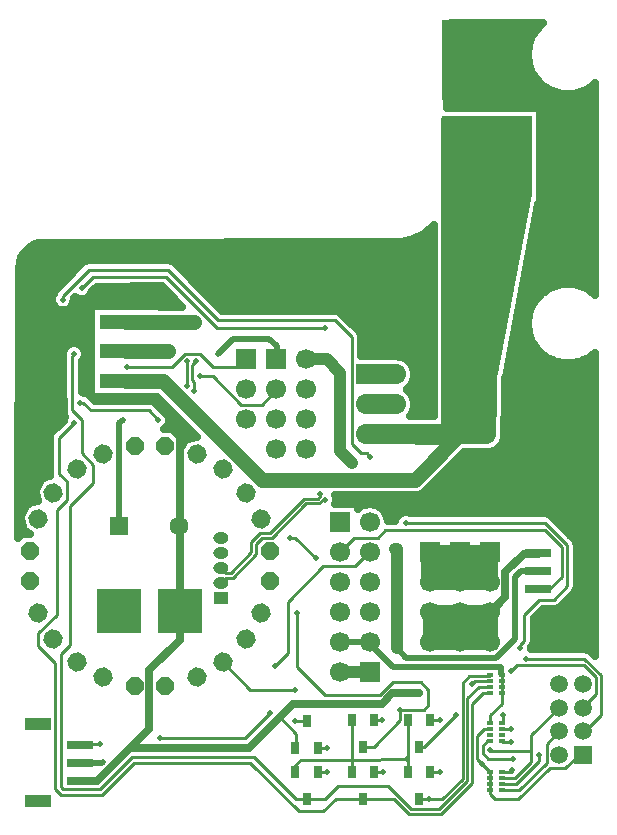
<source format=gbl>
G04 DipTrace 3.0.0.2*
G04 Bottom.gbr*
%MOIN*%
G04 #@! TF.FileFunction,Copper,L2,Bot*
G04 #@! TF.Part,Single*
%AMOUTLINE0*5,1,8,0,0,0.066,-22.49998*%
%AMOUTLINE1*5,1,8,0,0,0.066,-262.500516*%
%AMOUTLINE2*5,1,8,0,0,0.066001,-232.500313*%
%AMOUTLINE3*5,1,8,0,0,0.066,7.499484*%
%AMOUTLINE4*5,1,8,0,0,0.066,-112.49998*%
%AMOUTLINE5*5,1,8,0,0,0.066,-202.49998*%
%AMOUTLINE6*5,1,8,0,0,0.066001,37.499687*%
%AMOUTLINE7*5,1,8,0,0,0.066,-82.500516*%
%AMOUTLINE8*5,1,8,0,0,0.066,-172.500516*%
%AMOUTLINE9*5,1,8,0,0,0.066,67.50002*%
%AMOUTLINE10*5,1,8,0,0,0.066001,-52.500313*%
%AMOUTLINE11*5,1,8,0,0,0.066001,-142.500313*%
G04 #@! TA.AperFunction,Conductor*
%ADD13C,0.01*%
G04 #@! TA.AperFunction,ViaPad*
%ADD14C,0.02*%
G04 #@! TA.AperFunction,Conductor*
%ADD15C,0.014*%
%ADD16C,0.04*%
%ADD17C,0.066929*%
G04 #@! TA.AperFunction,ViaPad*
%ADD18C,0.05*%
G04 #@! TA.AperFunction,Conductor*
%ADD19C,0.06*%
%ADD20C,0.07*%
G04 #@! TA.AperFunction,CopperBalancing*
%ADD21C,0.025*%
%ADD22R,0.177165X0.051181*%
%ADD23R,0.153543X0.070866*%
%ADD24R,0.3X0.27*%
G04 #@! TA.AperFunction,ComponentPad*
%ADD25R,0.066929X0.066929*%
%ADD26C,0.066929*%
%ADD27R,0.051181X0.03937*%
%ADD28O,0.051181X0.03937*%
%ADD29R,0.059055X0.059055*%
%ADD30C,0.059055*%
%ADD31R,0.15X0.15*%
%ADD33R,0.025591X0.041339*%
%ADD35R,0.0195X0.014*%
%ADD36R,0.086614X0.027559*%
%ADD37R,0.090551X0.043*%
G04 #@! TA.AperFunction,ComponentPad*
%ADD42C,0.062992*%
%ADD43R,0.062992X0.062992*%
%ADD98OUTLINE0*%
%ADD99OUTLINE1*%
%ADD100OUTLINE2*%
%ADD101OUTLINE3*%
%ADD102OUTLINE4*%
%ADD103OUTLINE5*%
%ADD104OUTLINE6*%
%ADD105OUTLINE7*%
%ADD106OUTLINE8*%
%ADD107OUTLINE9*%
%ADD108OUTLINE10*%
%ADD109OUTLINE11*%
%FSLAX26Y26*%
G04*
G70*
G90*
G75*
G01*
G04 Bottom*
%LPD*%
X2047002Y938029D2*
D13*
Y958029D1*
Y978029D1*
Y998029D1*
X2008502Y838029D2*
Y865529D1*
X2047002Y904029D1*
Y938029D1*
X1507002Y1109029D2*
D14*
X1607002D1*
Y1103029D1*
X1683002Y1027029D1*
X2044002D1*
Y1001029D1*
D15*
X2047002Y998029D1*
X1607002Y1009029D2*
D16*
X1507002D1*
D14*
D3*
X2167147Y1344277D2*
X2109250D1*
X2091002Y1326029D1*
Y1120029D1*
X2027002Y1056029D1*
X1728071D1*
X1696099Y1088000D1*
X717002Y710029D2*
X713683Y706710D1*
X639480D1*
X1395002Y2051029D2*
D16*
X1464397D1*
X1508580Y2006847D1*
Y1744319D1*
X1546084Y1706815D1*
X1689849Y1419285D2*
X1696099D1*
Y1088000D1*
X772002Y1496029D2*
D14*
Y1839079D1*
X783504Y1850580D1*
X1102287Y2069353D2*
X1152292Y2119358D1*
X1271055D1*
X1296057Y2094356D1*
Y2052084D1*
X1295002Y2051029D1*
X1595002Y2001029D2*
D17*
X1695002D1*
X793498Y2175614D2*
D18*
X1020588D1*
X1595002Y1901029D2*
D17*
X1695002D1*
X793498Y2077402D2*
D18*
X934002D1*
X1906371Y1309185D2*
Y1409185D1*
X1895034Y1801273D2*
X1995034D1*
Y2000770D1*
X1995298Y2001034D1*
X1895298D1*
Y1801537D1*
X1895034Y1801273D1*
X1995034Y1901284D1*
Y1901298D1*
X1895298Y2001034D1*
X1895034Y1901284D2*
X1895547D1*
X1995298Y2001034D1*
X1895034Y1901273D2*
X1995034Y1801273D1*
Y1901284D2*
X1895034D1*
Y1801273D2*
D19*
X1995034D1*
Y1901284D1*
X1895034Y1801273D2*
D17*
X1995034D1*
Y1869738D1*
D20*
Y2000770D1*
D17*
X1995298Y2001034D1*
X1895298D1*
Y1932570D1*
D20*
Y1801537D1*
D17*
X1895034Y1801273D1*
X1595002Y1801029D2*
X1695002D1*
X1763467D1*
D20*
X1894790D1*
X793498Y1978402D2*
D18*
X918130D1*
X1246002Y1650529D1*
X1758502D1*
X1909002Y1801029D1*
X1595002D1*
X1995298Y2001034D2*
D21*
Y2728324D1*
X1996002Y2729029D1*
X2006382Y1409185D2*
D18*
X1906371D1*
X1806379D1*
X1806106Y1408912D1*
X1802252Y1394280D2*
Y1312767D1*
X1806106Y1308912D1*
X2006109D1*
X2006382Y1309185D1*
Y1409185D1*
X2006371D1*
X1906371Y1309185D1*
X1905833D1*
X1806106Y1408912D1*
Y1308912D2*
Y1308920D1*
X1906371Y1409185D1*
X1906382D1*
X2006382Y1309185D1*
X1458605Y1583518D2*
D13*
X1451533D1*
X1439008Y1570994D1*
X1394967D1*
X1280502Y1456529D1*
X1248838D1*
X1228002Y1435693D1*
Y1401406D1*
X1150634Y1324029D1*
X1126002D1*
X1110002Y1308029D1*
Y1307029D1*
X1440219Y1601904D2*
Y1594832D1*
X1432380Y1586994D1*
X1388340D1*
X1273875Y1472529D1*
X1242211D1*
X1212002Y1442320D1*
Y1408033D1*
X1144006Y1340029D1*
X1126002D1*
X1110002Y1356029D1*
Y1357029D1*
X1583404Y584978D2*
X1688054D1*
X1736002Y537029D1*
X1845002D1*
X1948002Y640029D1*
Y902029D1*
X1984002Y938029D1*
X2007002D1*
X1583404Y584978D2*
X1492952D1*
X1452253Y544278D1*
X1371002D1*
X1208502Y706778D1*
X821002D1*
X714753Y600529D1*
X577253D1*
X558502Y619280D1*
Y1038029D1*
X502252Y1094280D1*
Y1138029D1*
X564752Y1200529D1*
Y1550528D1*
X596002Y1581778D1*
Y1644280D1*
X571002Y1669280D1*
Y1788029D1*
X621002Y1838029D1*
X1395904Y584978D2*
X1457951D1*
X1502002Y629029D1*
X1667002D1*
X1743002Y553029D1*
X1838002D1*
X1932002Y647029D1*
Y921029D1*
X1970002Y959029D1*
X2006002D1*
X2007002Y958029D1*
X1395904Y584978D2*
X1361554D1*
X1221002Y725529D1*
X814752D1*
X708502Y619280D1*
X583501D1*
X577252Y625529D1*
Y1069278D1*
X608502Y1100529D1*
Y1563029D1*
X683502Y1638029D1*
Y1700529D1*
X646002Y1738029D1*
Y1850529D1*
X614752Y1881780D1*
Y2063029D1*
X621002Y2069280D1*
X2007002Y978029D2*
X1956002D1*
X1946002Y968029D1*
X1709002Y884029D2*
Y848029D1*
X1620002Y759029D1*
X1584353D1*
X1583404Y759978D1*
X1709002Y884029D2*
X1785909D1*
X1802361Y900480D1*
Y950486D1*
X1777358Y975488D1*
X1683462D1*
X1639753Y931780D1*
X1458501D1*
X1364752Y1025529D1*
Y1206780D1*
X2048502Y655529D2*
X2090502D1*
X2145002Y710029D1*
Y745029D1*
Y797864D1*
X2237538Y890399D1*
X1620805Y850529D2*
X1648502D1*
X2009002Y748029D2*
Y745029D1*
X2145002D1*
X639752Y1906780D2*
X652250D1*
X677252Y1881778D1*
X871004D1*
X902253Y1850529D1*
X1339752Y1456780D2*
X1358502D1*
X1427253Y1388029D1*
X583502Y2250529D2*
Y2263029D1*
X671002Y2350529D1*
X933502D1*
X1102252Y2181780D1*
X1489752D1*
X1546084Y2125448D1*
Y1769322D1*
X1577337Y1738068D1*
X1596089D1*
X1608590Y1725567D1*
X2008502Y778029D2*
X1998502D1*
X1983502Y763029D1*
Y738029D1*
X2002253Y719278D1*
X2083502D1*
X2108502Y1088029D2*
Y1100529D1*
X2121002Y1113029D1*
Y1200529D1*
X2171002Y1250529D1*
X2221002D1*
X2264752Y1294278D1*
Y1431780D1*
X2189737Y1506794D1*
X1727353D1*
X1458502Y2156778D2*
X1096002D1*
X927252Y2325529D1*
X683502D1*
X646002Y2288029D1*
X1433502Y756778D2*
X1463753D1*
X2077253Y775529D2*
X2051002D1*
X2048502Y778029D1*
X2316278Y732919D2*
Y747305D1*
X2259002Y690029D1*
X2206002D1*
X2102002Y586029D1*
X2025002D1*
X2007002Y604029D1*
Y614029D1*
X2008502Y615529D1*
Y635529D1*
Y655529D1*
Y675529D1*
X1980783Y703248D1*
X1964002Y720029D1*
Y795029D1*
X1987002Y818029D1*
X2008502D1*
X1733502Y675529D2*
Y717470D1*
Y850529D1*
X1546002Y675529D2*
Y717029D1*
Y850529D1*
X1358502Y675529D2*
Y699529D1*
X1376002Y717029D1*
X1546002D1*
X1733502Y717470D1*
X1731561D2*
X1733502D1*
X639480Y646710D2*
D21*
X698433D1*
X806593Y754870D1*
X872002Y820280D1*
Y1015029D1*
X973002Y1116029D1*
Y1214029D1*
X2006371Y1168185D2*
D18*
X2006382D1*
Y1109185D1*
X2095034Y1801273D2*
D17*
Y1869738D1*
D20*
Y2000770D1*
D17*
X2095298Y2001034D1*
X2195298D1*
Y1932570D1*
D20*
Y1801537D1*
D17*
X2195034Y1801273D1*
X2095034D1*
Y1901284D2*
X2195034D1*
X2194784Y2001034D2*
D20*
X2143446Y1949696D1*
D17*
X2095034Y1901284D1*
Y1901273D1*
D20*
X2146622Y1849685D1*
D17*
X2195034Y1801273D1*
X1771107Y937984D2*
D21*
X1681958D1*
X1648002Y904029D1*
X1352002D1*
X1306002Y858029D1*
X1202844Y754870D1*
X806593D1*
X973002Y1214029D2*
Y1568345D1*
Y1825029D1*
X885002Y1913029D1*
X702253D1*
X658502Y1956780D1*
Y2249529D1*
X680002Y2271029D1*
X790488D1*
X793498Y2274039D1*
X1358699Y756778D2*
D13*
X1361002D1*
Y803029D1*
X1306002Y858029D1*
X1906371Y1109185D2*
D18*
Y1209185D1*
X1806106Y1108912D2*
Y1208912D1*
X2006382Y1109185D2*
Y1209185D1*
X1906371D1*
X1806379D1*
X1806106Y1208912D1*
X1806644D2*
X1906371Y1109185D1*
X1906382D1*
X2006382Y1209185D1*
Y1109185D2*
X1806379D1*
X1806106Y1108912D1*
X1906371Y1209185D1*
X2006382Y1109185D1*
Y1209185D2*
D21*
X2010159D1*
X2059002Y1258029D1*
Y1342029D1*
X2121002Y1404029D1*
X2166899D1*
X2167147Y1404277D1*
X972002Y1496029D2*
D13*
X973002Y1568345D1*
X1770904Y759978D2*
X1788951D1*
X1895002Y866029D1*
X2050002D2*
Y839529D1*
X2048502Y838029D1*
X1295002Y1951029D2*
Y1949529D1*
X1246002Y1900529D1*
X1177252D1*
X1083501Y1994280D1*
X1039752D1*
X2048502Y635529D2*
X2095502D1*
X2171002Y711029D1*
Y731778D1*
X1433305Y675529D2*
X1465502D1*
X996002Y2044278D2*
Y1963029D1*
X796002Y2025529D2*
X946002D1*
X989753Y2069280D1*
X1039752D1*
X1083502Y2025529D1*
X1169502D1*
X1195002Y2051029D1*
X2048502Y615529D2*
X2104502D1*
X2196002Y707029D1*
Y770123D1*
X2237538Y811659D1*
X1620805Y675529D2*
X1650502D1*
X1021002Y1944278D2*
Y1975529D1*
X1014752Y1981780D1*
Y2031778D1*
X1027252Y2044278D1*
X2167147Y1284277D2*
X2203250D1*
X2246002Y1327029D1*
Y1425529D1*
X2189752Y1481780D1*
X1658502D1*
X1633502Y1456780D1*
X1554502D1*
X1506502Y1408780D1*
X1606502D2*
X1604753D1*
X1557002Y1361029D1*
X1451002D1*
X1334002Y1244029D1*
Y1072029D1*
X1291002Y1029029D1*
X1275002Y873029D2*
X1190002Y788029D1*
X908502D1*
X708002Y768029D2*
X640799D1*
X639480Y766710D1*
X1396101Y847330D2*
X1358502D1*
Y950529D2*
X1207376D1*
X1116304Y1041601D1*
X1770904Y584978D2*
X1802405D1*
X1846951D1*
X1916002Y654029D1*
Y974029D1*
X1939002Y997029D1*
X2006002D1*
X2007002Y998029D1*
X2316278Y811659D2*
X2323632D1*
X2378002Y866029D1*
Y998029D1*
X2322002Y1054029D1*
X2127252D1*
X2082002Y681029D2*
X2084002D1*
X2078502Y675529D1*
X2048502D1*
X1808305D2*
X1840903D1*
X2316278Y890399D2*
Y891305D1*
X2361002Y936029D1*
Y992029D1*
X2321002Y1032029D1*
X2096002D1*
X2077252Y1013278D1*
Y819278D2*
X2049752D1*
X2048502Y818029D1*
X1808305Y850529D2*
X1841502D1*
D14*
X1696099Y1088000D3*
X717002Y710029D3*
X1546084Y1706815D3*
X1689849Y1419285D3*
X783504Y1850580D3*
X1102287Y2069353D3*
D18*
X1020588Y2175614D3*
X934002Y2077402D3*
D14*
X1458605Y1583518D3*
X1440219Y1601904D3*
X621002Y1838029D3*
Y2069280D3*
X1946002Y968029D3*
X1709002Y884029D3*
X1364752Y1206780D3*
X1709002Y884029D3*
X1648502Y850529D3*
X2009002Y748029D3*
X639752Y1906780D3*
X902253Y1850529D3*
X1339752Y1456780D3*
X1427253Y1388029D3*
X583502Y2250529D3*
X1608590Y1725567D3*
X2083502Y719278D3*
X2108502Y1088029D3*
X1727353Y1506794D3*
X1458502Y2156778D3*
X646002Y2288029D3*
X1463753Y756778D3*
X2077253Y775529D3*
X1731561Y717470D3*
X1980783Y703248D3*
X1771107Y937984D3*
X1895002Y866029D3*
X2050002D3*
X1039752Y1994280D3*
X2171002Y731778D3*
X1465502Y675529D3*
X996002Y2044278D3*
Y1963029D3*
X796002Y2025529D3*
X1650502Y675529D3*
X1021002Y1944278D3*
X1027252Y2044278D3*
X1291002Y1029029D3*
X1275002Y873029D3*
X908502Y788029D3*
X708002Y768029D3*
X1358502Y847330D3*
Y950529D3*
X1802405Y584978D3*
X2127252Y1054029D3*
X2082002Y681029D3*
X1840903Y675529D3*
X2077252Y1013278D3*
Y819278D3*
X1841502Y850529D3*
X1871002Y3163029D3*
X1921002D3*
X1971002D3*
X2021002D3*
X2071002D3*
X2121002D3*
Y3113029D3*
X2071002D3*
X2021002D3*
X1971002D3*
X1921002D3*
X1871002D3*
Y3063029D3*
X1921002D3*
X1971002D3*
X2021002D3*
X2071002D3*
X2121002D3*
Y3013029D3*
X2071002D3*
X2021002D3*
X1971002D3*
X1921002D3*
X1871002D3*
Y2963029D3*
X1921002D3*
X1971002D3*
X2021002D3*
X2071002D3*
X2121002D3*
X471002Y2263029D3*
Y2213029D3*
Y2163029D3*
Y2113029D3*
Y2063029D3*
Y2013029D3*
Y1963029D3*
Y1813029D3*
Y1763029D3*
Y1713029D3*
Y1663029D3*
X521002Y1713029D3*
Y1763029D3*
Y1813029D3*
X671002Y2413029D3*
X771002D3*
X871002D3*
X971002D3*
X1071002D3*
X1171002D3*
X1271002D3*
X1371002D3*
X1471002D3*
X1571002D3*
X1671002D3*
X1771002D3*
Y2313029D3*
Y2213029D3*
Y2113029D3*
X1671002Y2213029D3*
Y2313029D3*
X1571002D3*
X1421002Y2363029D3*
X1321002D3*
X1221002D3*
X1121002D3*
X1021002D3*
X1521002D3*
X1621002D3*
X1721002D3*
Y2263029D3*
X1621002D3*
X1721002Y2163029D3*
X2221002Y2863029D3*
X2321002D3*
X2221002Y2763029D3*
X2321002D3*
Y2663029D3*
X2221002D3*
Y2563029D3*
X2321002D3*
Y2463029D3*
X2221002D3*
X2321002Y2363029D3*
X2221002D3*
X2121002Y2263029D3*
Y2163029D3*
X2321002Y1963029D3*
Y1863029D3*
Y1763029D3*
Y1663029D3*
Y1563029D3*
X2221002D3*
X2121002D3*
X2021002D3*
Y1663029D3*
X2121002D3*
X2221002D3*
X2321002Y1413029D3*
Y1313029D3*
Y1163029D3*
Y1113029D3*
X2221002Y1163029D3*
Y1113029D3*
X1861002Y2825660D2*
D21*
X2131002D1*
X1861002Y2800791D2*
X2131002D1*
X1861002Y2775923D2*
X2131002D1*
X1861002Y2751054D2*
X2131002D1*
X1861002Y2726185D2*
X2131002D1*
X1861002Y2701316D2*
X2131002D1*
X1861002Y2676448D2*
X2131002D1*
X1861002Y2651579D2*
X2131002D1*
X1861002Y2626710D2*
X2131002D1*
X1861002Y2601841D2*
X2131002D1*
X1861002Y2576973D2*
X2126388D1*
X1861002Y2552104D2*
X2121700D1*
X1861002Y2527235D2*
X2117061D1*
X1861002Y2502366D2*
X2112375D1*
X1861002Y2477497D2*
X2107736D1*
X1861002Y2452629D2*
X2103048D1*
X1861002Y2427760D2*
X2098409D1*
X1861002Y2402891D2*
X2093721D1*
X1861002Y2378022D2*
X2089084D1*
X1861002Y2353154D2*
X2084396D1*
X1861002Y2328285D2*
X2079757D1*
X1861002Y2303416D2*
X2075069D1*
X1861002Y2278547D2*
X2070431D1*
X1861002Y2253679D2*
X2065744D1*
X1861002Y2228810D2*
X2061105D1*
X1861002Y2203941D2*
X2056417D1*
X1861002Y2179072D2*
X2051779D1*
X1861002Y2154204D2*
X2047092D1*
X1861002Y2129335D2*
X2042452D1*
X1861002Y2104466D2*
X2037765D1*
X1861002Y2079597D2*
X2033127D1*
X1861002Y2054728D2*
X2028439D1*
X1861002Y2029860D2*
X2023800D1*
X1861002Y2004991D2*
X2018039D1*
X1861002Y1980122D2*
X1994748D1*
X1861002Y1955253D2*
X1971408D1*
X1861002Y1930385D2*
X1948117D1*
X1861002Y1905516D2*
X1924777D1*
X1861002Y1880647D2*
X1901485D1*
X1861002Y1855778D2*
X1878145D1*
X2021891Y2006432D2*
X2133513Y2601748D1*
X2133502Y2850529D1*
X1858502D1*
Y1832121D1*
X2021925Y2006457D1*
X1865014Y3146660D2*
X2158060D1*
X1865063Y3121791D2*
X2143462D1*
X1865111Y3096923D2*
X2135160D1*
X1865160Y3072054D2*
X2131938D1*
X1865210Y3047185D2*
X2133451D1*
X1865258Y3022316D2*
X2139799D1*
X1865307Y2997448D2*
X2151908D1*
X1865355Y2972579D2*
X2171879D1*
X1865404Y2947710D2*
X2207622D1*
X2326391D2*
X2355962D1*
X1865454Y2922841D2*
X2355962D1*
X1865454Y2897973D2*
X2355912D1*
X2175023Y2873104D2*
X2355912D1*
X2175023Y2848235D2*
X2355912D1*
X2175023Y2823366D2*
X2355912D1*
X2175023Y2798497D2*
X2355912D1*
X2175023Y2773629D2*
X2355863D1*
X2175023Y2748760D2*
X2355863D1*
X2175023Y2723891D2*
X2355863D1*
X2175023Y2699022D2*
X2355863D1*
X2175023Y2674154D2*
X2355863D1*
X2175023Y2649285D2*
X2355815D1*
X2175023Y2624416D2*
X2355815D1*
X2175023Y2599547D2*
X2355815D1*
X2175023Y2574679D2*
X2355815D1*
X2165942Y2549810D2*
X2355815D1*
X2161254Y2524941D2*
X2355766D1*
X2156615Y2500072D2*
X2355766D1*
X1795727Y2475204D2*
X1816996D1*
X2151928D2*
X2355766D1*
X1744603Y2450335D2*
X1816996D1*
X2147290D2*
X2355766D1*
X476391Y2425466D2*
X1816996D1*
X2142651D2*
X2355766D1*
X452758Y2400597D2*
X1816996D1*
X2137963D2*
X2355718D1*
X442748Y2375728D2*
X649614D1*
X954858D2*
X1816996D1*
X2133324D2*
X2355718D1*
X440991Y2350860D2*
X624320D1*
X980199D2*
X1816996D1*
X2128636D2*
X2355718D1*
X440892Y2325991D2*
X599418D1*
X1005052D2*
X1816996D1*
X2123998D2*
X2355718D1*
X440844Y2301122D2*
X574564D1*
X1029955D2*
X1816996D1*
X2119311D2*
X2244340D1*
X2289623D2*
X2355718D1*
X440746Y2276253D2*
X552446D1*
X683031D2*
X929496D1*
X1054808D2*
X1816996D1*
X2114672D2*
X2185063D1*
X440648Y2251385D2*
X544535D1*
X622484D2*
X954350D1*
X1079662D2*
X1816996D1*
X2109984D2*
X2159770D1*
X440599Y2226516D2*
X553519D1*
X613500D2*
X675931D1*
X1104564D2*
X1816996D1*
X2105346D2*
X2144487D1*
X440502Y2201647D2*
X675931D1*
X1516918D2*
X1816996D1*
X2100659D2*
X2135698D1*
X440404Y2176778D2*
X675931D1*
X1541771D2*
X1816996D1*
X2096019D2*
X2132035D1*
X440355Y2151910D2*
X675931D1*
X1566674D2*
X1816996D1*
X2091332D2*
X2133110D1*
X440258Y2127041D2*
X675931D1*
X1580052D2*
X1816996D1*
X2086694D2*
X2139018D1*
X440160Y2102172D2*
X602690D1*
X639330D2*
X675931D1*
X1580052D2*
X1816996D1*
X2082006D2*
X2150542D1*
X440111Y2077303D2*
X582914D1*
X659106D2*
X675931D1*
X1580052D2*
X1816996D1*
X2077367D2*
X2169682D1*
X440014Y2052434D2*
X580766D1*
X655883D2*
X675931D1*
X1728392D2*
X1816996D1*
X2072679D2*
X2203178D1*
X2330834D2*
X2355619D1*
X439916Y2027566D2*
X580766D1*
X648754D2*
X675931D1*
X1751294D2*
X1816996D1*
X2068042D2*
X2355571D1*
X439867Y2002697D2*
X580766D1*
X648754D2*
X675931D1*
X1757446D2*
X1816996D1*
X2063354D2*
X2355571D1*
X439770Y1977828D2*
X580766D1*
X648754D2*
X675931D1*
X1752807D2*
X1816996D1*
X2059008D2*
X2355571D1*
X439672Y1952959D2*
X580766D1*
X648754D2*
X675931D1*
X1733374D2*
X1816996D1*
X2059008D2*
X2355571D1*
X439623Y1928091D2*
X580766D1*
X1751000D2*
X1816996D1*
X2059008D2*
X2355571D1*
X439526Y1903222D2*
X580766D1*
X896606D2*
X917972D1*
X1757446D2*
X1816996D1*
X2059008D2*
X2355522D1*
X439428Y1878353D2*
X580962D1*
X928392D2*
X942875D1*
X1753002D2*
X1816996D1*
X2059008D2*
X2355522D1*
X439379Y1853484D2*
X585454D1*
X941136D2*
X967728D1*
X2057494D2*
X2355522D1*
X439282Y1828616D2*
X564555D1*
X933959D2*
X992582D1*
X2057494D2*
X2355522D1*
X439183Y1803747D2*
X541215D1*
X965355D2*
X1017484D1*
X2057494D2*
X2355522D1*
X439135Y1778878D2*
X537015D1*
X2053148D2*
X2355472D1*
X439038Y1754009D2*
X537015D1*
X2034447D2*
X2355472D1*
X438939Y1729141D2*
X537015D1*
X1912426D2*
X2355472D1*
X438891Y1704272D2*
X537015D1*
X1887572D2*
X2355472D1*
X438794Y1679403D2*
X537015D1*
X1862670D2*
X2355472D1*
X438695Y1654534D2*
X514359D1*
X1837816D2*
X2355424D1*
X438647Y1629665D2*
X496830D1*
X1812963D2*
X2355424D1*
X438550Y1604797D2*
X490580D1*
X1784643D2*
X2355424D1*
X438451Y1579928D2*
X497220D1*
X1497435D2*
X2355424D1*
X438403Y1555059D2*
X453784D1*
X1647143D2*
X2355424D1*
X1665014Y1530190D2*
X1696830D1*
X2213304D2*
X2355375D1*
X2238256Y1505322D2*
X2355375D1*
X438159Y1480453D2*
X454710D1*
X2263110D2*
X2355375D1*
X2287963Y1455584D2*
X2355375D1*
X2298754Y1430715D2*
X2355375D1*
X2298754Y1405847D2*
X2355326D1*
X2298754Y1380978D2*
X2355326D1*
X2298754Y1356109D2*
X2355326D1*
X2298754Y1331240D2*
X2355326D1*
X2298754Y1306372D2*
X2355326D1*
X2296019Y1281503D2*
X2355278D1*
X2274144Y1256634D2*
X2355278D1*
X2249291Y1231765D2*
X2355278D1*
X2174388Y1206896D2*
X2355278D1*
X2155004Y1182028D2*
X2355278D1*
X2155004Y1157159D2*
X2355228D1*
X2155004Y1132290D2*
X2355228D1*
X2154467Y1107421D2*
X2355228D1*
X2337816Y1082553D2*
X2355228D1*
X690916Y2227705D2*
X908581D1*
Y2227070D1*
X981145Y2227114D1*
X914181Y2294053D1*
X696539Y2294029D1*
X681296Y2278776D1*
X678525Y2271458D1*
X675531Y2266575D1*
X671812Y2262219D1*
X667456Y2258500D1*
X662573Y2255507D1*
X657282Y2253315D1*
X651712Y2251978D1*
X646002Y2251529D1*
X640292Y2251978D1*
X634723Y2253315D1*
X629431Y2255507D1*
X623959Y2258965D1*
X619769Y2254748D1*
X619889Y2247665D1*
X618994Y2242008D1*
X617224Y2236560D1*
X614623Y2231458D1*
X611257Y2226824D1*
X607207Y2222774D1*
X602573Y2219408D1*
X597471Y2216807D1*
X592023Y2215037D1*
X586366Y2214142D1*
X580639D1*
X574981Y2215037D1*
X569534Y2216807D1*
X564431Y2219408D1*
X559798Y2222774D1*
X555748Y2226824D1*
X552382Y2231458D1*
X549781Y2236560D1*
X548010Y2242008D1*
X547115Y2247665D1*
Y2253392D1*
X548010Y2259050D1*
X549781Y2264497D1*
X552872Y2270382D1*
X555435Y2277330D1*
X559550Y2283487D1*
X648728Y2372803D1*
X654543Y2377387D1*
X661269Y2380487D1*
X668531Y2381932D1*
X796002Y2382029D1*
X935973Y2381932D1*
X943236Y2380487D1*
X949962Y2377387D1*
X955777Y2372803D1*
X956006Y2372555D1*
X1115324Y2213255D1*
X1492223Y2213183D1*
X1499485Y2211738D1*
X1506211Y2208638D1*
X1512026Y2204054D1*
X1512256Y2203806D1*
X1570036Y2145906D1*
X1574151Y2139748D1*
X1576714Y2132801D1*
X1577584Y2125448D1*
X1577571Y2125110D1*
X1577584Y2060946D1*
X1695002Y2060994D1*
X1704383Y2060255D1*
X1713533Y2058059D1*
X1722225Y2054458D1*
X1730249Y2049541D1*
X1737404Y2043431D1*
X1743514Y2036276D1*
X1748431Y2028252D1*
X1752033Y2019559D1*
X1754228Y2010410D1*
X1754967Y2001029D1*
X1754228Y1991648D1*
X1752033Y1982499D1*
X1748431Y1973806D1*
X1743514Y1965782D1*
X1737404Y1958627D1*
X1730233Y1952507D1*
X1730249Y1949541D1*
X1737404Y1943431D1*
X1743514Y1936276D1*
X1748431Y1928252D1*
X1752033Y1919559D1*
X1754228Y1910410D1*
X1754967Y1901029D1*
X1754228Y1891648D1*
X1752033Y1882499D1*
X1748431Y1873806D1*
X1743514Y1865782D1*
X1740588Y1862071D1*
X1745002Y1860994D1*
X1749836D1*
X1758641Y1862340D1*
X1800967Y1862529D1*
X1819472D1*
X1819502Y2497941D1*
X1817842Y2496192D1*
X1787605Y2470612D1*
X1751231Y2452466D1*
X1711816Y2443566D1*
X524863Y2440534D1*
X501235Y2438160D1*
X483971Y2432162D1*
X474281Y2425882D1*
X451846Y2403427D1*
X444651Y2390812D1*
X440073Y2375057D1*
X438488Y2353399D1*
X435560Y1456186D1*
X444798Y1464957D1*
X450232Y1468000D1*
X456228Y1469690D1*
X460374Y1470017D1*
X473269Y1470309D1*
X458792Y1479043D1*
X454446Y1483505D1*
X451261Y1488858D1*
X449872Y1492780D1*
X442578Y1521264D1*
X442660Y1527494D1*
X444193Y1533530D1*
X445983Y1537284D1*
X460967Y1562584D1*
X465429Y1566932D1*
X470783Y1570117D1*
X474703Y1571505D1*
X499504Y1578133D1*
X499872Y1579383D1*
X492578Y1607868D1*
X492660Y1614097D1*
X494193Y1620134D1*
X495983Y1623887D1*
X510967Y1649188D1*
X515429Y1653536D1*
X520783Y1656721D1*
X524703Y1658109D1*
X540315Y1662291D1*
X539502Y1669280D1*
X539515Y1669617D1*
X539599Y1790500D1*
X541044Y1797763D1*
X544144Y1804488D1*
X548728Y1810303D1*
X548977Y1810533D1*
X585707Y1847281D1*
X588480Y1854600D1*
X591938Y1860072D1*
X587893Y1865320D1*
X584794Y1872046D1*
X583349Y1879309D1*
X583252Y2006780D1*
X583349Y2065500D1*
X585510Y2077801D1*
X587281Y2083248D1*
X589882Y2088351D1*
X593248Y2092984D1*
X597298Y2097034D1*
X601931Y2100400D1*
X607034Y2103001D1*
X612481Y2104772D1*
X618139Y2105667D1*
X623866D1*
X629523Y2104772D1*
X634971Y2103001D1*
X640073Y2100400D1*
X644707Y2097034D1*
X648757Y2092984D1*
X652123Y2088351D1*
X654724Y2083248D1*
X656494Y2077801D1*
X657389Y2072143D1*
Y2066416D1*
X656494Y2060759D1*
X654724Y2055311D1*
X652123Y2050209D1*
X648757Y2045575D1*
X646245Y2042946D1*
X646252Y1942668D1*
X653720Y1940501D1*
X659603Y1937410D1*
X666551Y1934847D1*
X672708Y1930732D1*
X690303Y1913274D1*
X873475Y1913181D1*
X880737Y1911736D1*
X887463Y1908637D1*
X893278Y1904053D1*
X893508Y1903803D1*
X911473Y1885857D1*
X918824Y1883051D1*
X923707Y1880058D1*
X928063Y1876339D1*
X931782Y1871983D1*
X934775Y1867100D1*
X936967Y1861809D1*
X938304Y1856239D1*
X938753Y1850529D1*
X938304Y1844819D1*
X936967Y1839249D1*
X934775Y1833958D1*
X931782Y1829075D1*
X928063Y1824719D1*
X922208Y1819999D1*
X939777Y1819692D1*
X945773Y1818000D1*
X951207Y1814957D1*
X954370Y1812256D1*
X974930Y1791234D1*
X977973Y1785799D1*
X979665Y1779803D1*
X979991Y1775658D1*
X980282Y1762763D1*
X989017Y1777239D1*
X993479Y1781585D1*
X998832Y1784770D1*
X1002753Y1786159D1*
X1029588Y1793214D1*
X1023971Y1799728D1*
X897362Y1926337D1*
X678416Y1926311D1*
Y2227705D1*
X690916D1*
X1863009Y2890529D2*
X2172502D1*
Y2567529D1*
X2166790D1*
X2059085Y1993617D1*
X2056533Y1987419D1*
X2056345Y1864912D1*
X2054985Y1856139D1*
X2054813Y1796568D1*
X2053342Y1787274D1*
X2050434Y1778326D1*
X2046162Y1769941D1*
X2040631Y1762330D1*
X2033977Y1755676D1*
X2026366Y1750144D1*
X2017981Y1745873D1*
X2009033Y1742965D1*
X1999739Y1741494D1*
X1954998Y1741309D1*
X1922138D1*
X1791949Y1611368D1*
X1785410Y1606618D1*
X1778211Y1602949D1*
X1770525Y1600452D1*
X1762543Y1599188D1*
X1721002Y1599029D1*
X1491657D1*
X1494097Y1592039D1*
X1494992Y1586382D1*
Y1580655D1*
X1494097Y1574997D1*
X1491956Y1568747D1*
X1566467Y1568744D1*
Y1553461D1*
X1575170Y1559908D1*
X1583555Y1564180D1*
X1592504Y1567087D1*
X1601798Y1568559D1*
X1611207D1*
X1620501Y1567087D1*
X1629450Y1564180D1*
X1637834Y1559908D1*
X1645446Y1554377D1*
X1652099Y1547723D1*
X1657631Y1540112D1*
X1661903Y1531727D1*
X1664809Y1522778D1*
X1666290Y1513282D1*
X1691462Y1513280D1*
X1693631Y1520763D1*
X1696232Y1525865D1*
X1699598Y1530499D1*
X1703648Y1534549D1*
X1708282Y1537915D1*
X1713384Y1540516D1*
X1718832Y1542286D1*
X1724489Y1543181D1*
X1730216D1*
X1735874Y1542286D1*
X1741321Y1540516D1*
X1745770Y1538282D1*
X2192208Y1538197D1*
X2199471Y1536752D1*
X2206197Y1533652D1*
X2212012Y1529068D1*
X2212241Y1528820D1*
X2288704Y1452238D1*
X2292819Y1446080D1*
X2295382Y1439133D1*
X2296252Y1431780D1*
X2296239Y1431442D1*
X2296155Y1291807D1*
X2294710Y1284545D1*
X2291610Y1277819D1*
X2287026Y1272004D1*
X2286778Y1271774D1*
X2241460Y1226576D1*
X2235303Y1222462D1*
X2228355Y1219899D1*
X2221002Y1219029D1*
X2220665Y1219042D1*
X2184039Y1219029D1*
X2152500Y1187479D1*
X2152405Y1110558D1*
X2150960Y1103295D1*
X2147861Y1096570D1*
X2144752Y1092352D1*
X2144921Y1085959D1*
X2164752Y1085529D1*
X2324473Y1085432D1*
X2331736Y1083987D1*
X2338462Y1080887D1*
X2344277Y1076303D1*
X2344506Y1076055D1*
X2357707Y1062872D1*
X2358107Y2073659D1*
X2344962Y2062728D1*
X2336302Y2056942D1*
X2327216Y2051853D1*
X2317758Y2047494D1*
X2307988Y2043889D1*
X2297964Y2041062D1*
X2287750Y2039030D1*
X2277408Y2037807D1*
X2267002Y2037398D1*
X2256597Y2037807D1*
X2246254Y2039030D1*
X2236040Y2041062D1*
X2226017Y2043889D1*
X2216246Y2047494D1*
X2206788Y2051853D1*
X2197703Y2056942D1*
X2189043Y2062728D1*
X2180866Y2069176D1*
X2173218Y2076244D1*
X2166149Y2083892D1*
X2159702Y2092070D1*
X2153916Y2100730D1*
X2148826Y2109815D1*
X2144467Y2119273D1*
X2140862Y2129043D1*
X2138035Y2139067D1*
X2136004Y2149281D1*
X2134781Y2159623D1*
X2134371Y2170029D1*
X2134781Y2180434D1*
X2136004Y2190777D1*
X2138035Y2200991D1*
X2140862Y2211015D1*
X2144467Y2220785D1*
X2148826Y2230243D1*
X2153916Y2239328D1*
X2159702Y2247988D1*
X2166149Y2256165D1*
X2173218Y2263814D1*
X2180866Y2270882D1*
X2189043Y2277330D1*
X2197703Y2283116D1*
X2206788Y2288205D1*
X2216246Y2292564D1*
X2226017Y2296169D1*
X2236040Y2298996D1*
X2246254Y2301028D1*
X2256597Y2302251D1*
X2267002Y2302660D1*
X2277408Y2302251D1*
X2287750Y2301028D1*
X2297964Y2298996D1*
X2307988Y2296169D1*
X2317758Y2292564D1*
X2327216Y2288205D1*
X2336302Y2283116D1*
X2344962Y2277330D1*
X2353139Y2270882D1*
X2358187Y2266215D1*
X2358459Y2971511D1*
X2344962Y2960230D1*
X2336302Y2954444D1*
X2327216Y2949354D1*
X2317758Y2944995D1*
X2307988Y2941390D1*
X2297964Y2938563D1*
X2287750Y2936532D1*
X2277408Y2935309D1*
X2267002Y2934899D1*
X2256597Y2935309D1*
X2246254Y2936532D1*
X2236040Y2938563D1*
X2226017Y2941390D1*
X2216246Y2944995D1*
X2206788Y2949354D1*
X2197703Y2954444D1*
X2189043Y2960230D1*
X2180866Y2966677D1*
X2173218Y2973746D1*
X2166149Y2981394D1*
X2159702Y2989571D1*
X2153916Y2998231D1*
X2148826Y3007316D1*
X2144467Y3016774D1*
X2140862Y3026545D1*
X2138035Y3036568D1*
X2136004Y3046782D1*
X2134781Y3057125D1*
X2134371Y3067530D1*
X2134781Y3077936D1*
X2136004Y3088278D1*
X2138035Y3098492D1*
X2140862Y3108516D1*
X2144467Y3118286D1*
X2148826Y3127744D1*
X2153916Y3136830D1*
X2159702Y3145490D1*
X2166149Y3153667D1*
X2173218Y3161315D1*
X2184858Y3171532D1*
X1876943Y3171528D1*
X1871627Y3170669D1*
X1868602Y3169291D1*
X1866051Y3167167D1*
X1864157Y3164453D1*
X1863042Y3161328D1*
X1862493Y3154364D1*
X1862988Y2890526D1*
X496888Y1590572D2*
X492578Y1607868D1*
X492660Y1614096D1*
X494193Y1620134D1*
X496606Y1624942D1*
X509723Y1647521D1*
X513829Y1652205D1*
X518917Y1655801D1*
X524703Y1658109D1*
X467430Y1473694D2*
X458792Y1479043D1*
X454446Y1483505D1*
X451261Y1488860D1*
X449872Y1492780D1*
X442876Y1519205D1*
X442470Y1525420D1*
X443525Y1531560D1*
X446420Y1538015D1*
X459723Y1560917D1*
X463829Y1565601D1*
X468917Y1569197D1*
X474703Y1571505D1*
D22*
X793498Y2175614D3*
Y1978402D3*
Y2077402D3*
D23*
X522782Y2365402D3*
Y1887402D3*
D22*
X793498Y2274039D3*
D24*
X1996002Y2729029D3*
Y3049029D3*
D25*
X1595002Y2001029D3*
D26*
X1695002D3*
X1595002Y1901029D3*
X1695002D3*
X1595002Y1801029D3*
X1695002D3*
D25*
X1295002Y2051029D3*
D26*
X1395002D3*
X1295002Y1951029D3*
X1395002D3*
X1295002Y1851029D3*
X1395002D3*
X1295002Y1751029D3*
X1395002D3*
D25*
X1895298Y2001034D3*
D26*
X1995298D3*
X2095298D3*
X2195298D3*
D25*
X1895034Y1901284D3*
D26*
X1995034D3*
X2095034D3*
X2195034D3*
D25*
X1895034Y1801273D3*
D26*
X1995034D3*
X2095034D3*
X2195034D3*
D25*
X1195002Y2051029D3*
D26*
Y1951029D3*
Y1851029D3*
D25*
X2006382Y1409185D3*
D26*
Y1309185D3*
Y1209185D3*
Y1109185D3*
D25*
X1906371Y1409185D3*
D26*
Y1309185D3*
Y1209185D3*
Y1109185D3*
D25*
X1806106Y1408912D3*
D26*
Y1308912D3*
Y1208912D3*
Y1108912D3*
D27*
X1110002Y1257029D3*
D28*
Y1307029D3*
Y1357029D3*
Y1407029D3*
Y1457029D3*
D29*
X2316278Y732919D3*
D30*
Y811659D3*
Y890399D3*
Y969139D3*
X2237538D3*
Y890399D3*
Y811659D3*
Y732919D3*
D31*
X771624Y1213898D3*
X973002Y1214029D3*
D33*
X1433502Y756778D3*
X1358699D3*
X1396101Y847330D3*
X1733502Y675529D3*
X1808305D3*
X1770904Y584978D3*
X1733502Y850529D3*
X1808305D3*
X1770904Y759978D3*
X1546002Y675529D3*
X1620805D3*
X1583404Y584978D3*
X1358502Y675529D3*
X1433305D3*
X1395904Y584978D3*
X1546002Y850529D3*
X1620805D3*
X1583404Y759978D3*
D35*
X2008502Y675529D3*
Y635529D3*
Y615529D3*
Y655529D3*
X2048502Y615529D3*
Y635529D3*
Y655529D3*
Y675529D3*
X2047002Y938029D3*
Y978029D3*
Y998029D3*
Y958029D3*
X2007002Y998029D3*
Y978029D3*
Y958029D3*
Y938029D3*
X2008502Y838029D3*
Y798029D3*
Y778029D3*
Y818029D3*
X2048502Y778029D3*
Y798029D3*
Y818029D3*
Y838029D3*
D36*
X2167147Y1344277D3*
Y1404277D3*
D37*
X2307147Y1215277D3*
Y1473277D3*
D36*
X2167147Y1284277D3*
X639480Y706710D3*
Y646710D3*
D37*
X499480Y835710D3*
Y577710D3*
D36*
X639480Y766710D3*
D98*
X823002Y963029D3*
X923002D3*
D99*
X1244468Y1519728D3*
X1194468Y1606331D3*
D100*
X1116304Y1684378D3*
X1029700Y1734378D3*
D101*
X1029702Y991564D3*
X1116304Y1041564D3*
D102*
X473002Y1413029D3*
Y1313029D3*
D103*
X923002Y1763029D3*
X823002D3*
D104*
X1194351Y1119728D3*
X1244351Y1206331D3*
D105*
X501537Y1206330D3*
X551537Y1119727D3*
D106*
X716303Y1734494D3*
X629700Y1684494D3*
D107*
X1273002Y1313029D3*
Y1413029D3*
D108*
X629701Y1041680D3*
X716305Y991680D3*
D109*
X551653Y1606330D3*
X501653Y1519727D3*
D25*
X1506502Y1508780D3*
D26*
X1606502D3*
X1506502Y1408780D3*
X1606502D3*
X1506502Y1308780D3*
X1606502D3*
X1506502Y1208780D3*
X1606502D3*
D25*
X1607002Y1009029D3*
D26*
X1507002D3*
X1607002Y1109029D3*
X1507002D3*
D42*
X972002Y1496029D3*
D43*
X772002D3*
M02*

</source>
